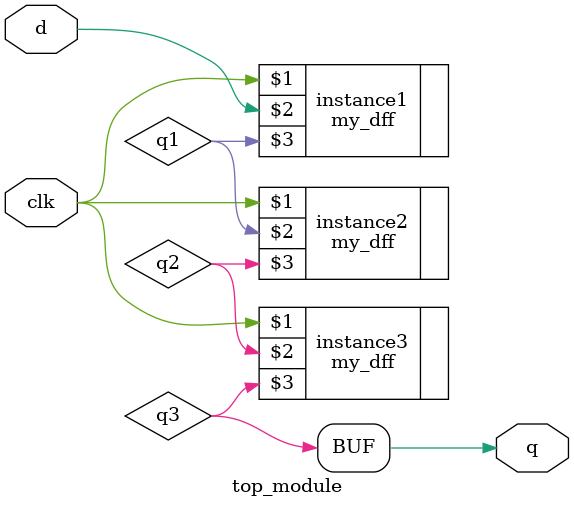
<source format=v>
module top_module ( input clk, input d, output q );

    reg q1, q2, q3;
  
    my_dff instance1(clk, d, q1);
    my_dff instance2(clk, q1, q2);
    my_dff instance3(clk, q2, q3);
  
    assign q = q3;
  
endmodule

</source>
